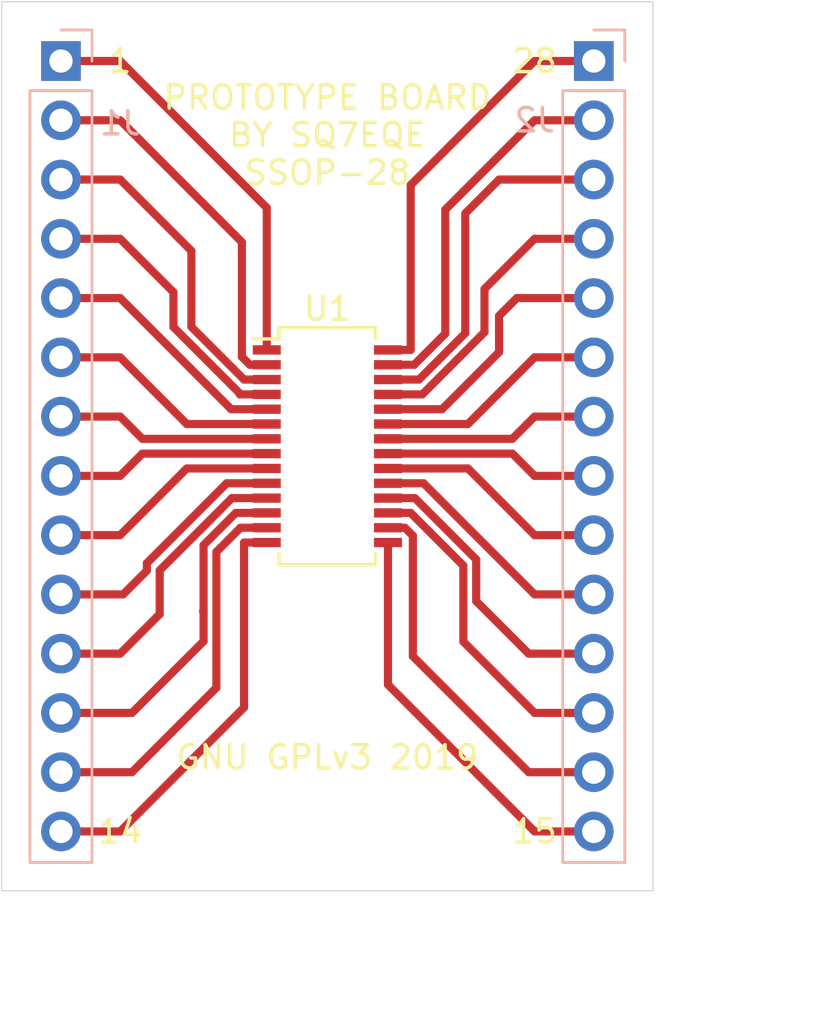
<source format=kicad_pcb>
(kicad_pcb (version 20171130) (host pcbnew 5.1.4-3.fc31)

  (general
    (thickness 1.6)
    (drawings 14)
    (tracks 120)
    (zones 0)
    (modules 3)
    (nets 29)
  )

  (page A4)
  (title_block
    (title SSOP-28_3.9x9.9mm_P0.635)
    (date 2019-11-25)
    (rev 1.0)
    (company "MSc. Paweł Sobótka")
    (comment 1 "GNU GPLv3")
    (comment 2 "design by SQ7EQE")
  )

  (layers
    (0 F.Cu signal)
    (31 B.Cu signal)
    (32 B.Adhes user)
    (33 F.Adhes user)
    (34 B.Paste user)
    (35 F.Paste user)
    (36 B.SilkS user)
    (37 F.SilkS user)
    (38 B.Mask user)
    (39 F.Mask user)
    (40 Dwgs.User user)
    (41 Cmts.User user)
    (42 Eco1.User user)
    (43 Eco2.User user)
    (44 Edge.Cuts user)
    (45 Margin user)
    (46 B.CrtYd user)
    (47 F.CrtYd user)
    (48 B.Fab user)
    (49 F.Fab user)
  )

  (setup
    (last_trace_width 0.35)
    (user_trace_width 0.35)
    (trace_clearance 0.2)
    (zone_clearance 0.508)
    (zone_45_only no)
    (trace_min 0.2)
    (via_size 0.8)
    (via_drill 0.4)
    (via_min_size 0.4)
    (via_min_drill 0.3)
    (uvia_size 0.3)
    (uvia_drill 0.1)
    (uvias_allowed no)
    (uvia_min_size 0.2)
    (uvia_min_drill 0.1)
    (edge_width 0.05)
    (segment_width 0.2)
    (pcb_text_width 0.3)
    (pcb_text_size 1.5 1.5)
    (mod_edge_width 0.12)
    (mod_text_size 1 1)
    (mod_text_width 0.15)
    (pad_size 1.524 1.524)
    (pad_drill 0.762)
    (pad_to_mask_clearance 0.051)
    (solder_mask_min_width 0.25)
    (aux_axis_origin 0 0)
    (visible_elements FFFFFF7F)
    (pcbplotparams
      (layerselection 0x292fc_ffffffff)
      (usegerberextensions false)
      (usegerberattributes true)
      (usegerberadvancedattributes true)
      (creategerberjobfile true)
      (excludeedgelayer true)
      (linewidth 0.150000)
      (plotframeref false)
      (viasonmask false)
      (mode 1)
      (useauxorigin false)
      (hpglpennumber 1)
      (hpglpenspeed 20)
      (hpglpendiameter 15.000000)
      (psnegative false)
      (psa4output false)
      (plotreference true)
      (plotvalue true)
      (plotinvisibletext false)
      (padsonsilk false)
      (subtractmaskfromsilk true)
      (outputformat 1)
      (mirror false)
      (drillshape 0)
      (scaleselection 1)
      (outputdirectory "plot/"))
  )

  (net 0 "")
  (net 1 "Net-(J1-Pad1)")
  (net 2 "Net-(J1-Pad2)")
  (net 3 "Net-(J1-Pad3)")
  (net 4 "Net-(J1-Pad4)")
  (net 5 "Net-(J1-Pad5)")
  (net 6 "Net-(J1-Pad6)")
  (net 7 "Net-(J1-Pad7)")
  (net 8 "Net-(J1-Pad8)")
  (net 9 "Net-(J1-Pad9)")
  (net 10 "Net-(J1-Pad10)")
  (net 11 "Net-(J1-Pad11)")
  (net 12 "Net-(J1-Pad12)")
  (net 13 "Net-(J1-Pad13)")
  (net 14 "Net-(J1-Pad14)")
  (net 15 "Net-(J2-Pad14)")
  (net 16 "Net-(J2-Pad13)")
  (net 17 "Net-(J2-Pad12)")
  (net 18 "Net-(J2-Pad11)")
  (net 19 "Net-(J2-Pad10)")
  (net 20 "Net-(J2-Pad9)")
  (net 21 "Net-(J2-Pad8)")
  (net 22 "Net-(J2-Pad7)")
  (net 23 "Net-(J2-Pad6)")
  (net 24 "Net-(J2-Pad5)")
  (net 25 "Net-(J2-Pad4)")
  (net 26 "Net-(J2-Pad3)")
  (net 27 "Net-(J2-Pad2)")
  (net 28 "Net-(J2-Pad1)")

  (net_class Default "To jest domyślna klasa połączeń."
    (clearance 0.2)
    (trace_width 0.35)
    (via_dia 0.8)
    (via_drill 0.4)
    (uvia_dia 0.3)
    (uvia_drill 0.1)
    (add_net "Net-(J1-Pad1)")
    (add_net "Net-(J1-Pad10)")
    (add_net "Net-(J1-Pad11)")
    (add_net "Net-(J1-Pad12)")
    (add_net "Net-(J1-Pad13)")
    (add_net "Net-(J1-Pad14)")
    (add_net "Net-(J1-Pad2)")
    (add_net "Net-(J1-Pad3)")
    (add_net "Net-(J1-Pad4)")
    (add_net "Net-(J1-Pad5)")
    (add_net "Net-(J1-Pad6)")
    (add_net "Net-(J1-Pad7)")
    (add_net "Net-(J1-Pad8)")
    (add_net "Net-(J1-Pad9)")
    (add_net "Net-(J2-Pad1)")
    (add_net "Net-(J2-Pad10)")
    (add_net "Net-(J2-Pad11)")
    (add_net "Net-(J2-Pad12)")
    (add_net "Net-(J2-Pad13)")
    (add_net "Net-(J2-Pad14)")
    (add_net "Net-(J2-Pad2)")
    (add_net "Net-(J2-Pad3)")
    (add_net "Net-(J2-Pad4)")
    (add_net "Net-(J2-Pad5)")
    (add_net "Net-(J2-Pad6)")
    (add_net "Net-(J2-Pad7)")
    (add_net "Net-(J2-Pad8)")
    (add_net "Net-(J2-Pad9)")
  )

  (module Connector_PinHeader_2.54mm:PinHeader_1x14_P2.54mm_Vertical (layer B.Cu) (tedit 59FED5CC) (tstamp 5DDBDECF)
    (at 124.46 96.52 180)
    (descr "Through hole straight pin header, 1x14, 2.54mm pitch, single row")
    (tags "Through hole pin header THT 1x14 2.54mm single row")
    (path /5DD8843E)
    (fp_text reference J1 (at -2.54 -2.667) (layer B.SilkS)
      (effects (font (size 1 1) (thickness 0.15)) (justify mirror))
    )
    (fp_text value "PCB PinHeader" (at -2.54 -27.94 90) (layer B.Fab)
      (effects (font (size 1 1) (thickness 0.15)) (justify mirror))
    )
    (fp_line (start -0.635 1.27) (end 1.27 1.27) (layer B.Fab) (width 0.1))
    (fp_line (start 1.27 1.27) (end 1.27 -34.29) (layer B.Fab) (width 0.1))
    (fp_line (start 1.27 -34.29) (end -1.27 -34.29) (layer B.Fab) (width 0.1))
    (fp_line (start -1.27 -34.29) (end -1.27 0.635) (layer B.Fab) (width 0.1))
    (fp_line (start -1.27 0.635) (end -0.635 1.27) (layer B.Fab) (width 0.1))
    (fp_line (start -1.33 -34.35) (end 1.33 -34.35) (layer B.SilkS) (width 0.12))
    (fp_line (start -1.33 -1.27) (end -1.33 -34.35) (layer B.SilkS) (width 0.12))
    (fp_line (start 1.33 -1.27) (end 1.33 -34.35) (layer B.SilkS) (width 0.12))
    (fp_line (start -1.33 -1.27) (end 1.33 -1.27) (layer B.SilkS) (width 0.12))
    (fp_line (start -1.33 0) (end -1.33 1.33) (layer B.SilkS) (width 0.12))
    (fp_line (start -1.33 1.33) (end 0 1.33) (layer B.SilkS) (width 0.12))
    (fp_line (start -1.8 1.8) (end -1.8 -34.8) (layer B.CrtYd) (width 0.05))
    (fp_line (start -1.8 -34.8) (end 1.8 -34.8) (layer B.CrtYd) (width 0.05))
    (fp_line (start 1.8 -34.8) (end 1.8 1.8) (layer B.CrtYd) (width 0.05))
    (fp_line (start 1.8 1.8) (end -1.8 1.8) (layer B.CrtYd) (width 0.05))
    (fp_text user %R (at 0 -16.51 -90) (layer B.Fab)
      (effects (font (size 1 1) (thickness 0.15)) (justify mirror))
    )
    (pad 1 thru_hole rect (at 0 0 180) (size 1.7 1.7) (drill 1) (layers *.Cu *.Mask)
      (net 1 "Net-(J1-Pad1)"))
    (pad 2 thru_hole oval (at 0 -2.54 180) (size 1.7 1.7) (drill 1) (layers *.Cu *.Mask)
      (net 2 "Net-(J1-Pad2)"))
    (pad 3 thru_hole oval (at 0 -5.08 180) (size 1.7 1.7) (drill 1) (layers *.Cu *.Mask)
      (net 3 "Net-(J1-Pad3)"))
    (pad 4 thru_hole oval (at 0 -7.62 180) (size 1.7 1.7) (drill 1) (layers *.Cu *.Mask)
      (net 4 "Net-(J1-Pad4)"))
    (pad 5 thru_hole oval (at 0 -10.16 180) (size 1.7 1.7) (drill 1) (layers *.Cu *.Mask)
      (net 5 "Net-(J1-Pad5)"))
    (pad 6 thru_hole oval (at 0 -12.7 180) (size 1.7 1.7) (drill 1) (layers *.Cu *.Mask)
      (net 6 "Net-(J1-Pad6)"))
    (pad 7 thru_hole oval (at 0 -15.24 180) (size 1.7 1.7) (drill 1) (layers *.Cu *.Mask)
      (net 7 "Net-(J1-Pad7)"))
    (pad 8 thru_hole oval (at 0 -17.78 180) (size 1.7 1.7) (drill 1) (layers *.Cu *.Mask)
      (net 8 "Net-(J1-Pad8)"))
    (pad 9 thru_hole oval (at 0 -20.32 180) (size 1.7 1.7) (drill 1) (layers *.Cu *.Mask)
      (net 9 "Net-(J1-Pad9)"))
    (pad 10 thru_hole oval (at 0 -22.86 180) (size 1.7 1.7) (drill 1) (layers *.Cu *.Mask)
      (net 10 "Net-(J1-Pad10)"))
    (pad 11 thru_hole oval (at 0 -25.4 180) (size 1.7 1.7) (drill 1) (layers *.Cu *.Mask)
      (net 11 "Net-(J1-Pad11)"))
    (pad 12 thru_hole oval (at 0 -27.94 180) (size 1.7 1.7) (drill 1) (layers *.Cu *.Mask)
      (net 12 "Net-(J1-Pad12)"))
    (pad 13 thru_hole oval (at 0 -30.48 180) (size 1.7 1.7) (drill 1) (layers *.Cu *.Mask)
      (net 13 "Net-(J1-Pad13)"))
    (pad 14 thru_hole oval (at 0 -33.02 180) (size 1.7 1.7) (drill 1) (layers *.Cu *.Mask)
      (net 14 "Net-(J1-Pad14)"))
    (model ${KISYS3DMOD}/Connector_PinHeader_2.54mm.3dshapes/PinHeader_1x14_P2.54mm_Vertical.wrl
      (at (xyz 0 0 0))
      (scale (xyz 1 1 1))
      (rotate (xyz 0 0 0))
    )
  )

  (module Connector_PinHeader_2.54mm:PinHeader_1x14_P2.54mm_Vertical (layer B.Cu) (tedit 59FED5CC) (tstamp 5DDBE1DE)
    (at 147.32 96.52 180)
    (descr "Through hole straight pin header, 1x14, 2.54mm pitch, single row")
    (tags "Through hole pin header THT 1x14 2.54mm single row")
    (path /5DD893DF)
    (fp_text reference J2 (at 2.54 -2.54) (layer B.SilkS)
      (effects (font (size 1 1) (thickness 0.15)) (justify mirror))
    )
    (fp_text value "PCB PinHeader" (at 2.54 -27.94 90) (layer B.Fab)
      (effects (font (size 1 1) (thickness 0.15)) (justify mirror))
    )
    (fp_text user %R (at 0 -16.51 -90) (layer B.Fab)
      (effects (font (size 1 1) (thickness 0.15)) (justify mirror))
    )
    (fp_line (start 1.8 1.8) (end -1.8 1.8) (layer B.CrtYd) (width 0.05))
    (fp_line (start 1.8 -34.8) (end 1.8 1.8) (layer B.CrtYd) (width 0.05))
    (fp_line (start -1.8 -34.8) (end 1.8 -34.8) (layer B.CrtYd) (width 0.05))
    (fp_line (start -1.8 1.8) (end -1.8 -34.8) (layer B.CrtYd) (width 0.05))
    (fp_line (start -1.33 1.33) (end 0 1.33) (layer B.SilkS) (width 0.12))
    (fp_line (start -1.33 0) (end -1.33 1.33) (layer B.SilkS) (width 0.12))
    (fp_line (start -1.33 -1.27) (end 1.33 -1.27) (layer B.SilkS) (width 0.12))
    (fp_line (start 1.33 -1.27) (end 1.33 -34.35) (layer B.SilkS) (width 0.12))
    (fp_line (start -1.33 -1.27) (end -1.33 -34.35) (layer B.SilkS) (width 0.12))
    (fp_line (start -1.33 -34.35) (end 1.33 -34.35) (layer B.SilkS) (width 0.12))
    (fp_line (start -1.27 0.635) (end -0.635 1.27) (layer B.Fab) (width 0.1))
    (fp_line (start -1.27 -34.29) (end -1.27 0.635) (layer B.Fab) (width 0.1))
    (fp_line (start 1.27 -34.29) (end -1.27 -34.29) (layer B.Fab) (width 0.1))
    (fp_line (start 1.27 1.27) (end 1.27 -34.29) (layer B.Fab) (width 0.1))
    (fp_line (start -0.635 1.27) (end 1.27 1.27) (layer B.Fab) (width 0.1))
    (pad 14 thru_hole oval (at 0 -33.02 180) (size 1.7 1.7) (drill 1) (layers *.Cu *.Mask)
      (net 15 "Net-(J2-Pad14)"))
    (pad 13 thru_hole oval (at 0 -30.48 180) (size 1.7 1.7) (drill 1) (layers *.Cu *.Mask)
      (net 16 "Net-(J2-Pad13)"))
    (pad 12 thru_hole oval (at 0 -27.94 180) (size 1.7 1.7) (drill 1) (layers *.Cu *.Mask)
      (net 17 "Net-(J2-Pad12)"))
    (pad 11 thru_hole oval (at 0 -25.4 180) (size 1.7 1.7) (drill 1) (layers *.Cu *.Mask)
      (net 18 "Net-(J2-Pad11)"))
    (pad 10 thru_hole oval (at 0 -22.86 180) (size 1.7 1.7) (drill 1) (layers *.Cu *.Mask)
      (net 19 "Net-(J2-Pad10)"))
    (pad 9 thru_hole oval (at 0 -20.32 180) (size 1.7 1.7) (drill 1) (layers *.Cu *.Mask)
      (net 20 "Net-(J2-Pad9)"))
    (pad 8 thru_hole oval (at 0 -17.78 180) (size 1.7 1.7) (drill 1) (layers *.Cu *.Mask)
      (net 21 "Net-(J2-Pad8)"))
    (pad 7 thru_hole oval (at 0 -15.24 180) (size 1.7 1.7) (drill 1) (layers *.Cu *.Mask)
      (net 22 "Net-(J2-Pad7)"))
    (pad 6 thru_hole oval (at 0 -12.7 180) (size 1.7 1.7) (drill 1) (layers *.Cu *.Mask)
      (net 23 "Net-(J2-Pad6)"))
    (pad 5 thru_hole oval (at 0 -10.16 180) (size 1.7 1.7) (drill 1) (layers *.Cu *.Mask)
      (net 24 "Net-(J2-Pad5)"))
    (pad 4 thru_hole oval (at 0 -7.62 180) (size 1.7 1.7) (drill 1) (layers *.Cu *.Mask)
      (net 25 "Net-(J2-Pad4)"))
    (pad 3 thru_hole oval (at 0 -5.08 180) (size 1.7 1.7) (drill 1) (layers *.Cu *.Mask)
      (net 26 "Net-(J2-Pad3)"))
    (pad 2 thru_hole oval (at 0 -2.54 180) (size 1.7 1.7) (drill 1) (layers *.Cu *.Mask)
      (net 27 "Net-(J2-Pad2)"))
    (pad 1 thru_hole rect (at 0 0 180) (size 1.7 1.7) (drill 1) (layers *.Cu *.Mask)
      (net 28 "Net-(J2-Pad1)"))
    (model ${KISYS3DMOD}/Connector_PinHeader_2.54mm.3dshapes/PinHeader_1x14_P2.54mm_Vertical.wrl
      (at (xyz 0 0 0))
      (scale (xyz 1 1 1))
      (rotate (xyz 0 0 0))
    )
  )

  (module Package_SO:SSOP-28_3.9x9.9mm_P0.635mm (layer F.Cu) (tedit 5A02F25C) (tstamp 5DDBDF22)
    (at 135.89 113.03)
    (descr "SSOP28: plastic shrink small outline package; 28 leads; body width 3.9 mm; lead pitch 0.635; (see http://cds.linear.com/docs/en/datasheet/38901fb.pdf)")
    (tags "SSOP 0.635")
    (path /5DD8EFF6)
    (attr smd)
    (fp_text reference U1 (at 0 -5.9) (layer F.SilkS)
      (effects (font (size 1 1) (thickness 0.15)))
    )
    (fp_text value SSOP-28 (at -0.1 6.2) (layer F.Fab)
      (effects (font (size 1 1) (thickness 0.15)))
    )
    (fp_line (start -0.95 -4.95) (end 1.95 -4.95) (layer F.Fab) (width 0.15))
    (fp_line (start 1.95 -4.95) (end 1.95 4.95) (layer F.Fab) (width 0.15))
    (fp_line (start 1.95 4.95) (end -1.95 4.95) (layer F.Fab) (width 0.15))
    (fp_line (start -1.95 4.95) (end -1.95 -4) (layer F.Fab) (width 0.15))
    (fp_line (start -1.95 -4) (end -0.95 -4.95) (layer F.Fab) (width 0.15))
    (fp_line (start -3.45 -5.2) (end -3.45 5.2) (layer F.CrtYd) (width 0.05))
    (fp_line (start 3.45 -5.2) (end 3.45 5.2) (layer F.CrtYd) (width 0.05))
    (fp_line (start -3.45 -5.2) (end 3.45 -5.2) (layer F.CrtYd) (width 0.05))
    (fp_line (start -3.45 5.2) (end 3.45 5.2) (layer F.CrtYd) (width 0.05))
    (fp_line (start -2.075 -5.08) (end -2.075 -4.6) (layer F.SilkS) (width 0.15))
    (fp_line (start 2.075 -5.08) (end 2.075 -4.6) (layer F.SilkS) (width 0.15))
    (fp_line (start 2.075 5.08) (end 2.075 4.6) (layer F.SilkS) (width 0.15))
    (fp_line (start -2.075 5.08) (end -2.075 4.6) (layer F.SilkS) (width 0.15))
    (fp_line (start -2.075 -5.08) (end 2.075 -5.08) (layer F.SilkS) (width 0.15))
    (fp_line (start -2.075 5.08) (end 2.075 5.08) (layer F.SilkS) (width 0.15))
    (fp_line (start -2.075 -4.6) (end -3.2 -4.6) (layer F.SilkS) (width 0.15))
    (fp_text user %R (at 0 0) (layer F.Fab)
      (effects (font (size 0.8 0.8) (thickness 0.15)))
    )
    (pad 1 smd rect (at -2.6 -4.1275) (size 1.2 0.4) (layers F.Cu F.Paste F.Mask)
      (net 1 "Net-(J1-Pad1)"))
    (pad 2 smd rect (at -2.6 -3.4925) (size 1.2 0.4) (layers F.Cu F.Paste F.Mask)
      (net 2 "Net-(J1-Pad2)"))
    (pad 3 smd rect (at -2.6 -2.8575) (size 1.2 0.4) (layers F.Cu F.Paste F.Mask)
      (net 3 "Net-(J1-Pad3)"))
    (pad 4 smd rect (at -2.6 -2.2225) (size 1.2 0.4) (layers F.Cu F.Paste F.Mask)
      (net 4 "Net-(J1-Pad4)"))
    (pad 5 smd rect (at -2.6 -1.5875) (size 1.2 0.4) (layers F.Cu F.Paste F.Mask)
      (net 5 "Net-(J1-Pad5)"))
    (pad 6 smd rect (at -2.6 -0.9525) (size 1.2 0.4) (layers F.Cu F.Paste F.Mask)
      (net 6 "Net-(J1-Pad6)"))
    (pad 7 smd rect (at -2.6 -0.3175) (size 1.2 0.4) (layers F.Cu F.Paste F.Mask)
      (net 7 "Net-(J1-Pad7)"))
    (pad 8 smd rect (at -2.6 0.3175) (size 1.2 0.4) (layers F.Cu F.Paste F.Mask)
      (net 8 "Net-(J1-Pad8)"))
    (pad 9 smd rect (at -2.6 0.9525) (size 1.2 0.4) (layers F.Cu F.Paste F.Mask)
      (net 9 "Net-(J1-Pad9)"))
    (pad 10 smd rect (at -2.6 1.5875) (size 1.2 0.4) (layers F.Cu F.Paste F.Mask)
      (net 10 "Net-(J1-Pad10)"))
    (pad 11 smd rect (at -2.6 2.2225) (size 1.2 0.4) (layers F.Cu F.Paste F.Mask)
      (net 11 "Net-(J1-Pad11)"))
    (pad 12 smd rect (at -2.6 2.8575) (size 1.2 0.4) (layers F.Cu F.Paste F.Mask)
      (net 12 "Net-(J1-Pad12)"))
    (pad 13 smd rect (at -2.6 3.4925) (size 1.2 0.4) (layers F.Cu F.Paste F.Mask)
      (net 13 "Net-(J1-Pad13)"))
    (pad 14 smd rect (at -2.6 4.1275) (size 1.2 0.4) (layers F.Cu F.Paste F.Mask)
      (net 14 "Net-(J1-Pad14)"))
    (pad 15 smd rect (at 2.6 4.1275) (size 1.2 0.4) (layers F.Cu F.Paste F.Mask)
      (net 15 "Net-(J2-Pad14)"))
    (pad 16 smd rect (at 2.6 3.4925) (size 1.2 0.4) (layers F.Cu F.Paste F.Mask)
      (net 16 "Net-(J2-Pad13)"))
    (pad 17 smd rect (at 2.6 2.8575) (size 1.2 0.4) (layers F.Cu F.Paste F.Mask)
      (net 17 "Net-(J2-Pad12)"))
    (pad 18 smd rect (at 2.6 2.2225) (size 1.2 0.4) (layers F.Cu F.Paste F.Mask)
      (net 18 "Net-(J2-Pad11)"))
    (pad 19 smd rect (at 2.6 1.5875) (size 1.2 0.4) (layers F.Cu F.Paste F.Mask)
      (net 19 "Net-(J2-Pad10)"))
    (pad 20 smd rect (at 2.6 0.9525) (size 1.2 0.4) (layers F.Cu F.Paste F.Mask)
      (net 20 "Net-(J2-Pad9)"))
    (pad 21 smd rect (at 2.6 0.3175) (size 1.2 0.4) (layers F.Cu F.Paste F.Mask)
      (net 21 "Net-(J2-Pad8)"))
    (pad 22 smd rect (at 2.6 -0.3175) (size 1.2 0.4) (layers F.Cu F.Paste F.Mask)
      (net 22 "Net-(J2-Pad7)"))
    (pad 23 smd rect (at 2.6 -0.9525) (size 1.2 0.4) (layers F.Cu F.Paste F.Mask)
      (net 23 "Net-(J2-Pad6)"))
    (pad 24 smd rect (at 2.6 -1.5875) (size 1.2 0.4) (layers F.Cu F.Paste F.Mask)
      (net 24 "Net-(J2-Pad5)"))
    (pad 25 smd rect (at 2.6 -2.2225) (size 1.2 0.4) (layers F.Cu F.Paste F.Mask)
      (net 25 "Net-(J2-Pad4)"))
    (pad 26 smd rect (at 2.6 -2.8575) (size 1.2 0.4) (layers F.Cu F.Paste F.Mask)
      (net 26 "Net-(J2-Pad3)"))
    (pad 27 smd rect (at 2.6 -3.4925) (size 1.2 0.4) (layers F.Cu F.Paste F.Mask)
      (net 27 "Net-(J2-Pad2)"))
    (pad 28 smd rect (at 2.6 -4.1275) (size 1.2 0.4) (layers F.Cu F.Paste F.Mask)
      (net 28 "Net-(J2-Pad1)"))
    (model ${KISYS3DMOD}/Package_SO.3dshapes/SSOP-28_3.9x9.9mm_P0.635mm.wrl
      (at (xyz 0 0 0))
      (scale (xyz 1 1 1))
      (rotate (xyz 0 0 0))
    )
  )

  (gr_text 28 (at 144.78 96.52) (layer F.SilkS)
    (effects (font (size 1 1) (thickness 0.15)))
  )
  (gr_text 15 (at 144.78 129.54) (layer F.SilkS)
    (effects (font (size 1 1) (thickness 0.15)))
  )
  (gr_text 14 (at 127 129.54) (layer F.SilkS)
    (effects (font (size 1 1) (thickness 0.15)))
  )
  (gr_text 1 (at 127 96.52) (layer F.SilkS)
    (effects (font (size 1 1) (thickness 0.15)))
  )
  (dimension 33.02 (width 0.15) (layer Cmts.User)
    (gr_text "33,020 mm" (at 153.7 113.03 90) (layer Cmts.User)
      (effects (font (size 1 1) (thickness 0.15)))
    )
    (feature1 (pts (xy 147.32 96.52) (xy 152.986421 96.52)))
    (feature2 (pts (xy 147.32 129.54) (xy 152.986421 129.54)))
    (crossbar (pts (xy 152.4 129.54) (xy 152.4 96.52)))
    (arrow1a (pts (xy 152.4 96.52) (xy 152.986421 97.646504)))
    (arrow1b (pts (xy 152.4 96.52) (xy 151.813579 97.646504)))
    (arrow2a (pts (xy 152.4 129.54) (xy 152.986421 128.413496)))
    (arrow2b (pts (xy 152.4 129.54) (xy 151.813579 128.413496)))
  )
  (dimension 38.1 (width 0.15) (layer Cmts.User)
    (gr_text "38,100 mm" (at 156.24 113.03 90) (layer Cmts.User)
      (effects (font (size 1 1) (thickness 0.15)))
    )
    (feature1 (pts (xy 149.86 93.98) (xy 155.526421 93.98)))
    (feature2 (pts (xy 149.86 132.08) (xy 155.526421 132.08)))
    (crossbar (pts (xy 154.94 132.08) (xy 154.94 93.98)))
    (arrow1a (pts (xy 154.94 93.98) (xy 155.526421 95.106504)))
    (arrow1b (pts (xy 154.94 93.98) (xy 154.353579 95.106504)))
    (arrow2a (pts (xy 154.94 132.08) (xy 155.526421 130.953496)))
    (arrow2b (pts (xy 154.94 132.08) (xy 154.353579 130.953496)))
  )
  (dimension 22.86 (width 0.15) (layer Cmts.User)
    (gr_text "22,860 mm" (at 135.89 135.92) (layer Cmts.User)
      (effects (font (size 1 1) (thickness 0.15)))
    )
    (feature1 (pts (xy 147.32 129.54) (xy 147.32 135.206421)))
    (feature2 (pts (xy 124.46 129.54) (xy 124.46 135.206421)))
    (crossbar (pts (xy 124.46 134.62) (xy 147.32 134.62)))
    (arrow1a (pts (xy 147.32 134.62) (xy 146.193496 135.206421)))
    (arrow1b (pts (xy 147.32 134.62) (xy 146.193496 134.033579)))
    (arrow2a (pts (xy 124.46 134.62) (xy 125.586504 135.206421)))
    (arrow2b (pts (xy 124.46 134.62) (xy 125.586504 134.033579)))
  )
  (dimension 27.94 (width 0.15) (layer Cmts.User)
    (gr_text "27,940 mm" (at 135.89 138.46) (layer Cmts.User)
      (effects (font (size 1 1) (thickness 0.15)))
    )
    (feature1 (pts (xy 149.86 132.08) (xy 149.86 137.746421)))
    (feature2 (pts (xy 121.92 132.08) (xy 121.92 137.746421)))
    (crossbar (pts (xy 121.92 137.16) (xy 149.86 137.16)))
    (arrow1a (pts (xy 149.86 137.16) (xy 148.733496 137.746421)))
    (arrow1b (pts (xy 149.86 137.16) (xy 148.733496 136.573579)))
    (arrow2a (pts (xy 121.92 137.16) (xy 123.046504 137.746421)))
    (arrow2b (pts (xy 121.92 137.16) (xy 123.046504 136.573579)))
  )
  (gr_text "GNU GPLv3 2019" (at 135.89 126.365) (layer F.SilkS)
    (effects (font (size 1 1) (thickness 0.15)))
  )
  (gr_text "PROTOTYPE BOARD\nBY SQ7EQE\nSSOP-28" (at 135.89 99.695) (layer F.SilkS)
    (effects (font (size 1 1) (thickness 0.15)))
  )
  (gr_line (start 121.92 132.08) (end 121.92 93.98) (layer Edge.Cuts) (width 0.05) (tstamp 5DDBE571))
  (gr_line (start 149.86 132.08) (end 121.92 132.08) (layer Edge.Cuts) (width 0.05))
  (gr_line (start 149.86 93.98) (end 149.86 132.08) (layer Edge.Cuts) (width 0.05))
  (gr_line (start 121.92 93.98) (end 149.86 93.98) (layer Edge.Cuts) (width 0.05))

  (segment (start 127 96.52) (end 133.29 102.81) (width 0.35) (layer F.Cu) (net 1))
  (segment (start 133.29 102.81) (end 133.29 108.9025) (width 0.35) (layer F.Cu) (net 1))
  (segment (start 124.46 96.52) (end 127 96.52) (width 0.35) (layer F.Cu) (net 1))
  (segment (start 132.5621 109.5375) (end 132.2231 109.1985) (width 0.35) (layer F.Cu) (net 2))
  (segment (start 132.2231 109.1985) (end 132.2231 104.2831) (width 0.35) (layer F.Cu) (net 2))
  (segment (start 133.29 109.5375) (end 132.5621 109.5375) (width 0.35) (layer F.Cu) (net 2))
  (segment (start 132.2231 104.2831) (end 127 99.06) (width 0.35) (layer F.Cu) (net 2))
  (segment (start 126.2051 99.06) (end 124.46 99.06) (width 0.35) (layer F.Cu) (net 2))
  (segment (start 127 99.06) (end 126.2051 99.06) (width 0.35) (layer F.Cu) (net 2))
  (segment (start 133.29 110.1725) (end 132.3147 110.1725) (width 0.35) (layer F.Cu) (net 3))
  (segment (start 127 101.6) (end 130.056 104.656) (width 0.35) (layer F.Cu) (net 3))
  (segment (start 130.056 104.656) (end 130.056 107.9138) (width 0.35) (layer F.Cu) (net 3))
  (segment (start 130.056 107.9138) (end 132.3147 110.1725) (width 0.35) (layer F.Cu) (net 3))
  (segment (start 124.46 101.6) (end 127 101.6) (width 0.35) (layer F.Cu) (net 3))
  (segment (start 132.1354 110.8075) (end 133.29 110.8075) (width 0.35) (layer F.Cu) (net 4))
  (segment (start 126.4623 104.14) (end 127 104.14) (width 0.35) (layer F.Cu) (net 4))
  (segment (start 124.46 104.14) (end 126.4623 104.14) (width 0.35) (layer F.Cu) (net 4))
  (segment (start 132.1354 110.77103) (end 129.286 107.92163) (width 0.35) (layer F.Cu) (net 4))
  (segment (start 132.1354 110.8075) (end 132.1354 110.77103) (width 0.35) (layer F.Cu) (net 4))
  (segment (start 129.286 106.426) (end 127 104.14) (width 0.35) (layer F.Cu) (net 4))
  (segment (start 129.286 107.92163) (end 129.286 106.426) (width 0.35) (layer F.Cu) (net 4))
  (segment (start 127 106.68) (end 131.7625 111.4425) (width 0.35) (layer F.Cu) (net 5))
  (segment (start 131.7625 111.4425) (end 133.29 111.4425) (width 0.35) (layer F.Cu) (net 5))
  (segment (start 124.46 106.68) (end 127 106.68) (width 0.35) (layer F.Cu) (net 5))
  (segment (start 127 109.22) (end 129.8575 112.0775) (width 0.35) (layer F.Cu) (net 6))
  (segment (start 129.8575 112.0775) (end 133.29 112.0775) (width 0.35) (layer F.Cu) (net 6))
  (segment (start 124.46 109.22) (end 127 109.22) (width 0.35) (layer F.Cu) (net 6))
  (segment (start 127 111.76) (end 127.9525 112.7125) (width 0.35) (layer F.Cu) (net 7))
  (segment (start 127.9525 112.7125) (end 133.29 112.7125) (width 0.35) (layer F.Cu) (net 7))
  (segment (start 124.46 111.76) (end 127 111.76) (width 0.35) (layer F.Cu) (net 7))
  (segment (start 127 114.3) (end 127.9525 113.3475) (width 0.35) (layer F.Cu) (net 8))
  (segment (start 127.9525 113.3475) (end 133.29 113.3475) (width 0.35) (layer F.Cu) (net 8))
  (segment (start 124.46 114.3) (end 127 114.3) (width 0.35) (layer F.Cu) (net 8))
  (segment (start 127 116.84) (end 129.8575 113.9825) (width 0.35) (layer F.Cu) (net 9))
  (segment (start 129.8575 113.9825) (end 133.29 113.9825) (width 0.35) (layer F.Cu) (net 9))
  (segment (start 124.46 116.84) (end 127 116.84) (width 0.35) (layer F.Cu) (net 9))
  (segment (start 128.14599 118.04161) (end 131.5701 114.6175) (width 0.35) (layer F.Cu) (net 10))
  (segment (start 128.14599 118.36101) (end 128.14599 118.04161) (width 0.35) (layer F.Cu) (net 10))
  (segment (start 131.5701 114.6175) (end 133.29 114.6175) (width 0.35) (layer F.Cu) (net 10))
  (segment (start 127.127 119.38) (end 128.14599 118.36101) (width 0.35) (layer F.Cu) (net 10))
  (segment (start 124.46 119.38) (end 127.127 119.38) (width 0.35) (layer F.Cu) (net 10))
  (segment (start 127 121.92) (end 128.696 120.224) (width 0.35) (layer F.Cu) (net 11))
  (segment (start 128.696 120.224) (end 128.696 118.3515) (width 0.35) (layer F.Cu) (net 11))
  (segment (start 128.696 118.3515) (end 131.795 115.2525) (width 0.35) (layer F.Cu) (net 11))
  (segment (start 131.795 115.2525) (end 133.29 115.2525) (width 0.35) (layer F.Cu) (net 11))
  (segment (start 124.46 121.92) (end 127 121.92) (width 0.35) (layer F.Cu) (net 11))
  (segment (start 130.5792 117.2688) (end 131.9605 115.8875) (width 0.35) (layer F.Cu) (net 12))
  (segment (start 130.556 120.1091) (end 130.5792 120.0859) (width 0.35) (layer F.Cu) (net 12))
  (segment (start 131.9605 115.8875) (end 133.29 115.8875) (width 0.35) (layer F.Cu) (net 12))
  (segment (start 130.5792 120.0859) (end 130.5792 117.2688) (width 0.35) (layer F.Cu) (net 12))
  (segment (start 130.5792 121.3888) (end 130.5792 120.0859) (width 0.35) (layer F.Cu) (net 12))
  (segment (start 124.46 124.46) (end 127.508 124.46) (width 0.35) (layer F.Cu) (net 12))
  (segment (start 127.508 124.46) (end 130.5792 121.3888) (width 0.35) (layer F.Cu) (net 12))
  (segment (start 131.1295 117.5585) (end 132.1655 116.5225) (width 0.35) (layer F.Cu) (net 13))
  (segment (start 132.1655 116.5225) (end 133.29 116.5225) (width 0.35) (layer F.Cu) (net 13))
  (segment (start 131.1295 123.3785) (end 131.1295 117.5585) (width 0.35) (layer F.Cu) (net 13))
  (segment (start 124.46 127) (end 127.508 127) (width 0.35) (layer F.Cu) (net 13))
  (segment (start 127.508 127) (end 131.1295 123.3785) (width 0.35) (layer F.Cu) (net 13))
  (segment (start 133.29 117.1575) (end 132.3147 117.1575) (width 0.35) (layer F.Cu) (net 14))
  (segment (start 127 129.54) (end 132.3147 124.2253) (width 0.35) (layer F.Cu) (net 14))
  (segment (start 132.3147 124.2253) (end 132.3147 117.1575) (width 0.35) (layer F.Cu) (net 14))
  (segment (start 124.46 129.54) (end 127 129.54) (width 0.35) (layer F.Cu) (net 14))
  (segment (start 144.78 129.54) (end 138.49 123.25) (width 0.35) (layer F.Cu) (net 15))
  (segment (start 138.49 123.25) (end 138.49 117.1575) (width 0.35) (layer F.Cu) (net 15))
  (segment (start 147.32 129.54) (end 144.78 129.54) (width 0.35) (layer F.Cu) (net 15))
  (segment (start 139.5571 116.8617) (end 139.2179 116.5225) (width 0.35) (layer F.Cu) (net 16))
  (segment (start 139.5571 122.0311) (end 139.5571 116.8617) (width 0.35) (layer F.Cu) (net 16))
  (segment (start 139.2179 116.5225) (end 138.49 116.5225) (width 0.35) (layer F.Cu) (net 16))
  (segment (start 147.32 127) (end 144.526 127) (width 0.35) (layer F.Cu) (net 16))
  (segment (start 144.526 127) (end 139.5571 122.0311) (width 0.35) (layer F.Cu) (net 16))
  (segment (start 138.49 115.8875) (end 139.4653 115.8875) (width 0.35) (layer F.Cu) (net 17))
  (segment (start 144.78 124.46) (end 141.7242 121.4042) (width 0.35) (layer F.Cu) (net 17))
  (segment (start 141.7242 121.4042) (end 141.7242 118.1464) (width 0.35) (layer F.Cu) (net 17))
  (segment (start 141.7242 118.1464) (end 139.4653 115.8875) (width 0.35) (layer F.Cu) (net 17))
  (segment (start 147.32 124.46) (end 144.78 124.46) (width 0.35) (layer F.Cu) (net 17))
  (segment (start 139.6446 115.2525) (end 138.49 115.2525) (width 0.35) (layer F.Cu) (net 18))
  (segment (start 142.27421 117.88211) (end 139.6446 115.2525) (width 0.35) (layer F.Cu) (net 18))
  (segment (start 142.27421 119.66821) (end 142.27421 117.88211) (width 0.35) (layer F.Cu) (net 18))
  (segment (start 147.32 121.92) (end 144.526 121.92) (width 0.35) (layer F.Cu) (net 18))
  (segment (start 144.526 121.92) (end 142.27421 119.66821) (width 0.35) (layer F.Cu) (net 18))
  (segment (start 144.78 119.38) (end 140.0175 114.6175) (width 0.35) (layer F.Cu) (net 19))
  (segment (start 140.0175 114.6175) (end 138.49 114.6175) (width 0.35) (layer F.Cu) (net 19))
  (segment (start 147.32 119.38) (end 144.78 119.38) (width 0.35) (layer F.Cu) (net 19))
  (segment (start 144.78 116.84) (end 141.9225 113.9825) (width 0.35) (layer F.Cu) (net 20))
  (segment (start 141.9225 113.9825) (end 138.49 113.9825) (width 0.35) (layer F.Cu) (net 20))
  (segment (start 147.32 116.84) (end 144.78 116.84) (width 0.35) (layer F.Cu) (net 20))
  (segment (start 144.78 114.3) (end 143.8275 113.3475) (width 0.35) (layer F.Cu) (net 21))
  (segment (start 143.8275 113.3475) (end 138.49 113.3475) (width 0.35) (layer F.Cu) (net 21))
  (segment (start 147.32 114.3) (end 144.78 114.3) (width 0.35) (layer F.Cu) (net 21))
  (segment (start 144.78 111.76) (end 143.8275 112.7125) (width 0.35) (layer F.Cu) (net 22))
  (segment (start 143.8275 112.7125) (end 138.49 112.7125) (width 0.35) (layer F.Cu) (net 22))
  (segment (start 147.32 111.76) (end 144.78 111.76) (width 0.35) (layer F.Cu) (net 22))
  (segment (start 144.78 109.22) (end 141.9225 112.0775) (width 0.35) (layer F.Cu) (net 23))
  (segment (start 141.9225 112.0775) (end 138.49 112.0775) (width 0.35) (layer F.Cu) (net 23))
  (segment (start 147.32 109.22) (end 144.78 109.22) (width 0.35) (layer F.Cu) (net 23))
  (segment (start 140.8125 111.4425) (end 138.49 111.4425) (width 0.35) (layer F.Cu) (net 24))
  (segment (start 143.256 108.999) (end 140.8125 111.4425) (width 0.35) (layer F.Cu) (net 24))
  (segment (start 143.256 107.442) (end 143.256 108.999) (width 0.35) (layer F.Cu) (net 24))
  (segment (start 147.32 106.68) (end 144.018 106.68) (width 0.35) (layer F.Cu) (net 24))
  (segment (start 144.018 106.68) (end 143.256 107.442) (width 0.35) (layer F.Cu) (net 24))
  (segment (start 144.78 104.14) (end 142.6311 106.2889) (width 0.35) (layer F.Cu) (net 25))
  (segment (start 142.6311 106.2889) (end 142.6311 108.141) (width 0.35) (layer F.Cu) (net 25))
  (segment (start 142.6311 108.141) (end 139.9646 110.8075) (width 0.35) (layer F.Cu) (net 25))
  (segment (start 139.9646 110.8075) (end 138.49 110.8075) (width 0.35) (layer F.Cu) (net 25))
  (segment (start 147.32 104.14) (end 144.78 104.14) (width 0.35) (layer F.Cu) (net 25))
  (segment (start 139.8195 110.1725) (end 138.49 110.1725) (width 0.35) (layer F.Cu) (net 26))
  (segment (start 141.8057 103.0503) (end 141.8057 108.1863) (width 0.35) (layer F.Cu) (net 26))
  (segment (start 141.8057 108.1863) (end 139.8195 110.1725) (width 0.35) (layer F.Cu) (net 26))
  (segment (start 147.32 101.6) (end 143.256 101.6) (width 0.35) (layer F.Cu) (net 26))
  (segment (start 143.256 101.6) (end 141.8057 103.0503) (width 0.35) (layer F.Cu) (net 26))
  (segment (start 139.6145 109.5375) (end 140.9484 108.2036) (width 0.35) (layer F.Cu) (net 27))
  (segment (start 140.9484 102.8916) (end 144.78 99.06) (width 0.35) (layer F.Cu) (net 27))
  (segment (start 138.49 109.5375) (end 139.6145 109.5375) (width 0.35) (layer F.Cu) (net 27))
  (segment (start 145.575 99.06) (end 147.32 99.06) (width 0.35) (layer F.Cu) (net 27))
  (segment (start 140.9484 108.2036) (end 140.9484 102.8916) (width 0.35) (layer F.Cu) (net 27))
  (segment (start 144.78 99.06) (end 145.575 99.06) (width 0.35) (layer F.Cu) (net 27))
  (segment (start 138.49 108.9025) (end 139.4653 108.9025) (width 0.35) (layer F.Cu) (net 28))
  (segment (start 144.78 96.52) (end 139.4653 101.8347) (width 0.35) (layer F.Cu) (net 28))
  (segment (start 139.4653 101.8347) (end 139.4653 108.9025) (width 0.35) (layer F.Cu) (net 28))
  (segment (start 147.32 96.52) (end 144.78 96.52) (width 0.35) (layer F.Cu) (net 28))

)

</source>
